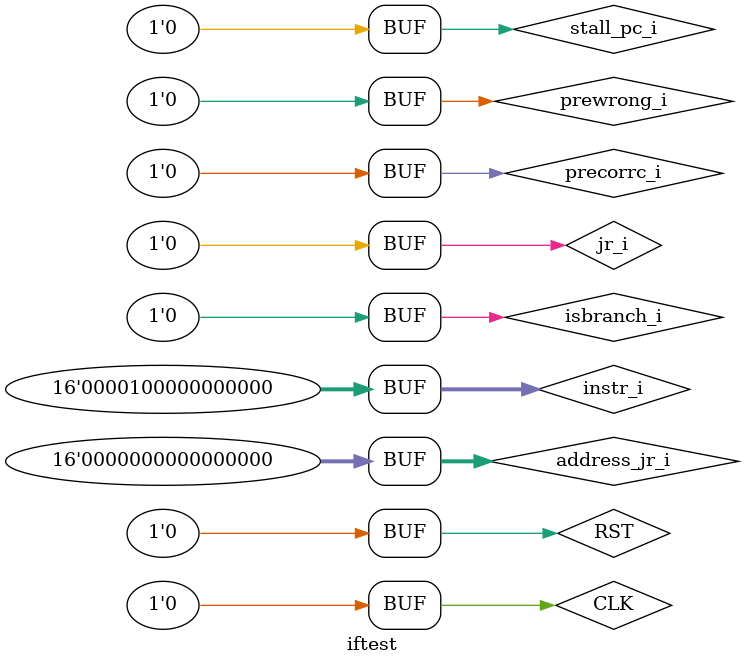
<source format=v>
`timescale 1ns / 1ps


module iftest;

	// Inputs
	reg CLK;
	reg RST;
	reg stall_pc_i;
	reg jr_i;
	reg [15:0] address_jr_i;
	reg isbranch_i;
	reg prewrong_i;
	reg precorrc_i;
	reg [15:0] instr_i;

	// Outputs
	wire preresult_o;
	wire [15:0] pc_o;
	wire [15:0] pcplus1_o;
	wire [15:0] epc_o;

	// Instantiate the Unit Under Test (UUT)
	ifetch uut (
		.CLK(CLK), 
		.RST(RST), 
		.stall_pc_i(stall_pc_i), 
		.jr_i(jr_i), 
		.address_jr_i(address_jr_i), 
		.isbranch_i(isbranch_i), 
		.prewrong_i(prewrong_i), 
		.precorrc_i(precorrc_i), 
		.preresult_o(preresult_o), 
		.instr_i(instr_i), 
		.pc_o(pc_o), 
		.pcplus1_o(pcplus1_o), 
		.epc_o(epc_o)
	);

	initial begin
		// Initialize Inputs
		CLK = 0;
		RST = 0;
		stall_pc_i = 0;
		jr_i = 0;
		address_jr_i = 0;
		isbranch_i = 0;
		prewrong_i = 0;
		precorrc_i = 0;
		instr_i = 0;

		// Wait 100 ns for global reset to finish
		#10;
        
		// Add stimulus here
		RST = 1;
		#5;
		RST = 0;
		instr_i = 16'b0000100000000000;
		#5;
		CLK = 1;
		#5;
		CLK = 0;
		#5;
		CLK = 1;
		#5;
		CLK = 0;
		#5;
		CLK = 1;
		#5;
		CLK = 0;
		#5;
		CLK = 1;
		#5;
		CLK = 0;
		#5;
		CLK = 1;
		#5;
		CLK = 0;
		#5;
		CLK = 1;
		#5;
		CLK = 0;
	end
      
endmodule


</source>
